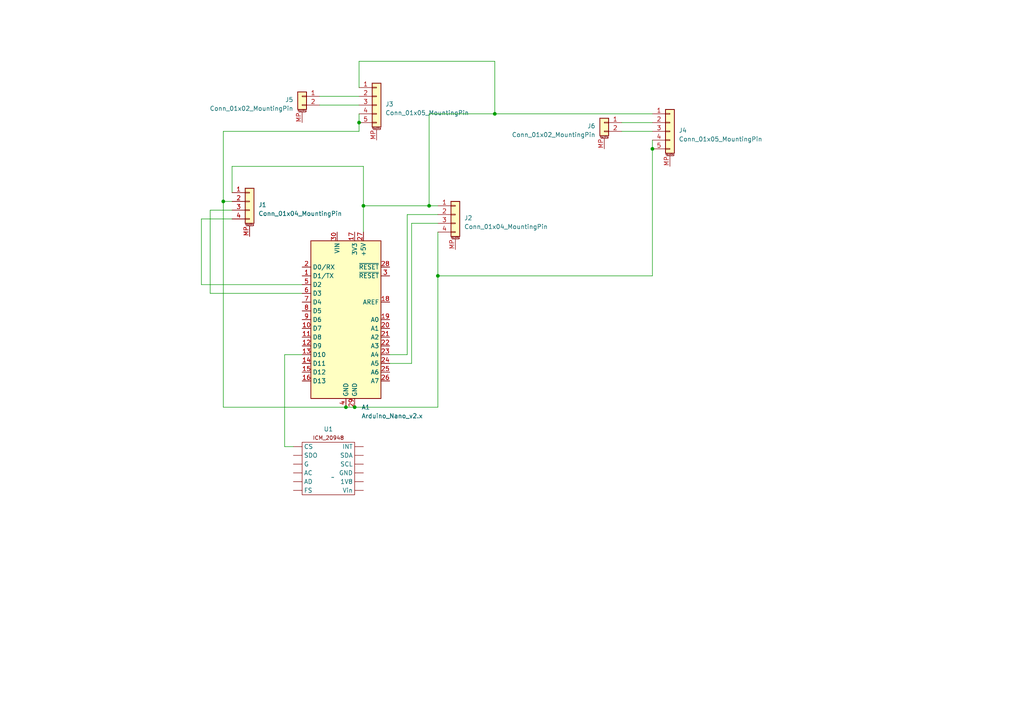
<source format=kicad_sch>
(kicad_sch (version 20230121) (generator eeschema)
  (paper "A4")
  (lib_symbols
    (symbol "Connector_Generic_MountingPin:Conn_01x02_MountingPin" (pin_names (offset 1.016) hide)
      (property "Reference" "J" (at 0 2.54 0))
      (property "Value" "Conn_01x02_MountingPin" (at 1.27 -5.08 0))
      (symbol "Conn_01x02_MountingPin_1_1"
        (rectangle (start -1.27 -2.413) (end 0 -2.667) (stroke (width 0.1524)))
        (rectangle (start -1.27 0.127) (end 0 -0.127) (stroke (width 0.1524)))
        (rectangle (start -1.27 1.27) (end 1.27 -3.81) (stroke (width 0.254)) (fill (type background)))
        (polyline (pts (xy -1.016 -4.572) (xy 1.016 -4.572)) (stroke (width 0.1524)))
        (text "Mounting" (at 0 -4.191 0) (effects (font (size 0.381 0.381))))
        (pin passive line (at -5.08 0 0) (length 3.81) (name "Pin_1") (number "1"))
        (pin passive line (at -5.08 -2.54 0) (length 3.81) (name "Pin_2") (number "2"))
        (pin passive line (at 0 -7.62 90) (length 3.048) (name "MountPin") (number "MP"))
      )
    )
    (symbol "Connector_Generic_MountingPin:Conn_01x04_MountingPin" (pin_names (offset 1.016) hide)
      (property "Reference" "J" (at 0 5.08 0))
      (property "Value" "Conn_01x04_MountingPin" (at 1.27 -7.62 0))
      (symbol "Conn_01x04_MountingPin_1_1"
        (rectangle (start -1.27 -4.953) (end 0 -5.207) (stroke (width 0.1524)))
        (rectangle (start -1.27 -2.413) (end 0 -2.667) (stroke (width 0.1524)))
        (rectangle (start -1.27 0.127) (end 0 -0.127) (stroke (width 0.1524)))
        (rectangle (start -1.27 2.667) (end 0 2.413) (stroke (width 0.1524)))
        (rectangle (start -1.27 3.81) (end 1.27 -6.35) (stroke (width 0.254)) (fill (type background)))
        (polyline (pts (xy -1.016 -7.112) (xy 1.016 -7.112)) (stroke (width 0.1524)))
        (text "Mounting" (at 0 -6.731 0) (effects (font (size 0.381 0.381))))
        (pin passive line (at -5.08 2.54 0) (length 3.81) (name "Pin_1") (number "1"))
        (pin passive line (at -5.08 0 0) (length 3.81) (name "Pin_2") (number "2"))
        (pin passive line (at -5.08 -2.54 0) (length 3.81) (name "Pin_3") (number "3"))
        (pin passive line (at -5.08 -5.08 0) (length 3.81) (name "Pin_4") (number "4"))
        (pin passive line (at 0 -10.16 90) (length 3.048) (name "MountPin") (number "MP"))
      )
    )
    (symbol "Connector_Generic_MountingPin:Conn_01x05_MountingPin" (pin_names (offset 1.016) hide)
      (property "Reference" "J" (at 0 7.62 0))
      (property "Value" "Conn_01x05_MountingPin" (at 1.27 -7.62 0))
      (symbol "Conn_01x05_MountingPin_1_1"
        (rectangle (start -1.27 -4.953) (end 0 -5.207) (stroke (width 0.1524)))
        (rectangle (start -1.27 -2.413) (end 0 -2.667) (stroke (width 0.1524)))
        (rectangle (start -1.27 0.127) (end 0 -0.127) (stroke (width 0.1524)))
        (rectangle (start -1.27 2.667) (end 0 2.413) (stroke (width 0.1524)))
        (rectangle (start -1.27 5.207) (end 0 4.953) (stroke (width 0.1524)))
        (rectangle (start -1.27 6.35) (end 1.27 -6.35) (stroke (width 0.254)) (fill (type background)))
        (polyline (pts (xy -1.016 -7.112) (xy 1.016 -7.112)) (stroke (width 0.1524)))
        (text "Mounting" (at 0 -6.731 0) (effects (font (size 0.381 0.381))))
        (pin passive line (at -5.08 5.08 0) (length 3.81) (name "Pin_1") (number "1"))
        (pin passive line (at -5.08 2.54 0) (length 3.81) (name "Pin_2") (number "2"))
        (pin passive line (at -5.08 0 0) (length 3.81) (name "Pin_3") (number "3"))
        (pin passive line (at -5.08 -2.54 0) (length 3.81) (name "Pin_4") (number "4"))
        (pin passive line (at -5.08 -5.08 0) (length 3.81) (name "Pin_5") (number "5"))
        (pin passive line (at 0 -10.16 90) (length 3.048) (name "MountPin") (number "MP"))
      )
    )
    (symbol "MCU_Module:Arduino_Nano_v2.x"
      (property "Reference" "A" (at -10.16 23.495 0))
      (property "Value" "Arduino_Nano_v2.x" (at 5.08 -24.13 0))
      (symbol "Arduino_Nano_v2.x_0_1"
        (rectangle (start -10.16 22.86) (end 10.16 -22.86) (stroke (width 0.254)) (fill (type background)))
      )
      (symbol "Arduino_Nano_v2.x_1_1"
        (pin bidirectional line (at -12.7 12.7 0) (length 2.54) (name "D1/TX") (number "1"))
        (pin bidirectional line (at -12.7 -2.54 0) (length 2.54) (name "D7") (number "10"))
        (pin bidirectional line (at -12.7 -5.08 0) (length 2.54) (name "D8") (number "11"))
        (pin bidirectional line (at -12.7 -7.62 0) (length 2.54) (name "D9") (number "12"))
        (pin bidirectional line (at -12.7 -10.16 0) (length 2.54) (name "D10") (number "13"))
        (pin bidirectional line (at -12.7 -12.7 0) (length 2.54) (name "D11") (number "14"))
        (pin bidirectional line (at -12.7 -15.24 0) (length 2.54) (name "D12") (number "15"))
        (pin bidirectional line (at -12.7 -17.78 0) (length 2.54) (name "D13") (number "16"))
        (pin power_out line (at 2.54 25.4 270) (length 2.54) (name "3V3") (number "17"))
        (pin input line (at 12.7 5.08 180) (length 2.54) (name "AREF") (number "18"))
        (pin bidirectional line (at 12.7 0 180) (length 2.54) (name "A0") (number "19"))
        (pin bidirectional line (at -12.7 15.24 0) (length 2.54) (name "D0/RX") (number "2"))
        (pin bidirectional line (at 12.7 -2.54 180) (length 2.54) (name "A1") (number "20"))
        (pin bidirectional line (at 12.7 -5.08 180) (length 2.54) (name "A2") (number "21"))
        (pin bidirectional line (at 12.7 -7.62 180) (length 2.54) (name "A3") (number "22"))
        (pin bidirectional line (at 12.7 -10.16 180) (length 2.54) (name "A4") (number "23"))
        (pin bidirectional line (at 12.7 -12.7 180) (length 2.54) (name "A5") (number "24"))
        (pin bidirectional line (at 12.7 -15.24 180) (length 2.54) (name "A6") (number "25"))
        (pin bidirectional line (at 12.7 -17.78 180) (length 2.54) (name "A7") (number "26"))
        (pin power_out line (at 5.08 25.4 270) (length 2.54) (name "+5V") (number "27"))
        (pin input line (at 12.7 15.24 180) (length 2.54) (name "~{RESET}") (number "28"))
        (pin power_in line (at 2.54 -25.4 90) (length 2.54) (name "GND") (number "29"))
        (pin input line (at 12.7 12.7 180) (length 2.54) (name "~{RESET}") (number "3"))
        (pin power_in line (at -2.54 25.4 270) (length 2.54) (name "VIN") (number "30"))
        (pin power_in line (at 0 -25.4 90) (length 2.54) (name "GND") (number "4"))
        (pin bidirectional line (at -12.7 10.16 0) (length 2.54) (name "D2") (number "5"))
        (pin bidirectional line (at -12.7 7.62 0) (length 2.54) (name "D3") (number "6"))
        (pin bidirectional line (at -12.7 5.08 0) (length 2.54) (name "D4") (number "7"))
        (pin bidirectional line (at -12.7 2.54 0) (length 2.54) (name "D5") (number "8"))
        (pin bidirectional line (at -12.7 0 0) (length 2.54) (name "D6") (number "9"))
      )
    )
    (symbol "Sensor_Motion:adafruit_20948"
      (property "Reference" "U" (at 0 0 0))
      (symbol "adafruit_20948_0_1"
        (rectangle (start -8.89 10.16) (end 6.35 -5.08))
        (text "ICM_20948\n" (at -1.27 11.43 0) (effects (font (size 1.1 1.1))))
      )
      (symbol "adafruit_20948_1_1"
        (pin input line (at 8.89 -1.27 180) (length 2.54) (name "1V8") (number ""))
        (pin input line (at -11.43 1.27 0) (length 2.54) (name "AC") (number ""))
        (pin input line (at -11.43 -1.27 0) (length 2.54) (name "AD") (number ""))
        (pin input line (at -11.43 8.89 0) (length 2.54) (name "CS") (number ""))
        (pin input line (at -11.43 -3.81 0) (length 2.54) (name "FS") (number ""))
        (pin input line (at -11.43 3.81 0) (length 2.54) (name "G") (number ""))
        (pin input line (at 8.89 1.27 180) (length 2.54) (name "GND") (number ""))
        (pin output line (at 8.89 8.89 180) (length 2.54) (name "INT") (number ""))
        (pin input line (at 8.89 3.81 180) (length 2.54) (name "SCL") (number ""))
        (pin bidirectional line (at 8.89 6.35 180) (length 2.54) (name "SDA") (number ""))
        (pin input line (at -11.43 6.35 0) (length 2.54) (name "SDO") (number ""))
        (pin input line (at 8.89 -3.81 180) (length 2.54) (name "Vin") (number ""))
      )
    )
  )
  (junction (at 189.23 43.18))
  (junction (at 105.41 59.69))
  (junction (at 64.77 58.42))
  (junction (at 100.33 118.11))
  (junction (at 127 80.01))
  (junction (at 143.51 33.02))
  (junction (at 102.87 118.11))
  (junction (at 124.46 59.69))
  (junction (at 104.14 35.56))
  (wire (pts (xy 104.14 33.02) (xy 104.14 35.56)))
  (wire (pts (xy 119.38 64.77) (xy 119.38 105.41)))
  (wire (pts (xy 58.42 82.55) (xy 58.42 63.5)))
  (wire (pts (xy 180.34 35.56) (xy 189.23 35.56)))
  (wire (pts (xy 64.77 58.42) (xy 64.77 38.1)))
  (wire (pts (xy 127 118.11) (xy 127 80.01)))
  (wire (pts (xy 124.46 59.69) (xy 127 59.69)))
  (wire (pts (xy 118.11 102.87) (xy 113.03 102.87)))
  (wire (pts (xy 100.33 118.11) (xy 64.77 118.11)))
  (wire (pts (xy 64.77 58.42) (xy 67.31 58.42)))
  (wire (pts (xy 92.71 30.48) (xy 104.14 30.48)))
  (wire (pts (xy 105.41 48.26) (xy 67.31 48.26)))
  (wire (pts (xy 119.38 105.41) (xy 113.03 105.41)))
  (wire (pts (xy 124.46 33.02) (xy 143.51 33.02)))
  (wire (pts (xy 82.55 129.54) (xy 85.09 129.54)))
  (wire (pts (xy 105.41 59.69) (xy 124.46 59.69)))
  (wire (pts (xy 127 80.01) (xy 189.23 80.01)))
  (wire (pts (xy 102.87 118.11) (xy 127 118.11)))
  (wire (pts (xy 92.71 27.94) (xy 104.14 27.94)))
  (wire (pts (xy 127 80.01) (xy 127 67.31)))
  (wire (pts (xy 105.41 59.69) (xy 105.41 48.26)))
  (wire (pts (xy 60.96 60.96) (xy 67.31 60.96)))
  (wire (pts (xy 100.33 118.11) (xy 102.87 118.11)))
  (wire (pts (xy 105.41 67.31) (xy 105.41 59.69)))
  (wire (pts (xy 87.63 102.87) (xy 82.55 102.87)))
  (wire (pts (xy 104.14 17.78) (xy 104.14 25.4)))
  (wire (pts (xy 180.34 38.1) (xy 189.23 38.1)))
  (wire (pts (xy 104.14 38.1) (xy 104.14 35.56)))
  (wire (pts (xy 143.51 33.02) (xy 143.51 17.78)))
  (wire (pts (xy 143.51 33.02) (xy 189.23 33.02)))
  (wire (pts (xy 189.23 43.18) (xy 189.23 80.01)))
  (wire (pts (xy 64.77 118.11) (xy 64.77 58.42)))
  (wire (pts (xy 189.23 40.64) (xy 189.23 43.18)))
  (wire (pts (xy 143.51 17.78) (xy 104.14 17.78)))
  (wire (pts (xy 60.96 85.09) (xy 60.96 60.96)))
  (wire (pts (xy 67.31 48.26) (xy 67.31 55.88)))
  (wire (pts (xy 64.77 38.1) (xy 104.14 38.1)))
  (wire (pts (xy 82.55 102.87) (xy 82.55 129.54)))
  (wire (pts (xy 127 64.77) (xy 119.38 64.77)))
  (wire (pts (xy 124.46 59.69) (xy 124.46 33.02)))
  (wire (pts (xy 127 62.23) (xy 118.11 62.23)))
  (wire (pts (xy 118.11 62.23) (xy 118.11 102.87)))
  (wire (pts (xy 87.63 85.09) (xy 60.96 85.09)))
  (wire (pts (xy 87.63 82.55) (xy 58.42 82.55)))
  (wire (pts (xy 58.42 63.5) (xy 67.31 63.5)))
  (symbol (lib_id "Connector_Generic_MountingPin:Conn_01x02_MountingPin") (at 87.63 27.94 0) (mirror y) (unit 1)
    (property "Reference" "J5" (at 85.09 28.9306 0) (effects (justify left)))
    (property "Value" "Conn_01x02_MountingPin" (at 85.09 31.4706 0) (effects (justify left)))
  )
  (symbol (lib_id "Connector_Generic_MountingPin:Conn_01x05_MountingPin") (at 194.31 38.1 0) (unit 1)
    (property "Reference" "J4" (at 196.85 37.8206 0) (effects (justify left)))
    (property "Value" "Conn_01x05_MountingPin" (at 196.85 40.3606 0) (effects (justify left)))
  )
  (symbol (lib_id "MCU_Module:Arduino_Nano_v2.x") (at 100.33 92.71 0) (unit 1)
    (property "Reference" "A1" (at 104.8259 118.11 0) (effects (justify left)))
    (property "Value" "Arduino_Nano_v2.x" (at 104.8259 120.65 0) (effects (justify left)))
    (property "Footprint" "Module:Arduino_Nano" (effects hide))
    (property "Datasheet" "https://www.arduino.cc/en/uploads/Main/ArduinoNanoManual23.pdf" (effects hide))
  )
  (symbol (lib_id "Connector_Generic_MountingPin:Conn_01x05_MountingPin") (at 109.22 30.48 0) (unit 1)
    (property "Reference" "J3" (at 111.76 30.2006 0) (effects (justify left)))
    (property "Value" "Conn_01x05_MountingPin" (at 111.76 32.7406 0) (effects (justify left)))
  )
  (symbol (lib_id "Sensor_Motion:adafruit_20948") (at 96.52 138.43 0) (unit 1)
    (property "Reference" "U1" (at 95.25 124.46 0))
    (property "Value" "~" (at 96.52 138.43 0))
  )
  (symbol (lib_id "Connector_Generic_MountingPin:Conn_01x02_MountingPin") (at 175.26 35.56 0) (mirror y) (unit 1)
    (property "Reference" "J6" (at 172.72 36.5506 0) (effects (justify left)))
    (property "Value" "Conn_01x02_MountingPin" (at 172.72 39.0906 0) (effects (justify left)))
  )
  (symbol (lib_id "Connector_Generic_MountingPin:Conn_01x04_MountingPin") (at 72.39 58.42 0) (unit 1)
    (property "Reference" "J1" (at 74.93 59.4106 0) (effects (justify left)))
    (property "Value" "Conn_01x04_MountingPin" (at 74.93 61.9506 0) (effects (justify left)))
  )
  (symbol (lib_id "Connector_Generic_MountingPin:Conn_01x04_MountingPin") (at 132.08 62.23 0) (unit 1)
    (property "Reference" "J2" (at 134.62 63.2206 0) (effects (justify left)))
    (property "Value" "Conn_01x04_MountingPin" (at 134.62 65.7606 0) (effects (justify left)))
  )
)
</source>
